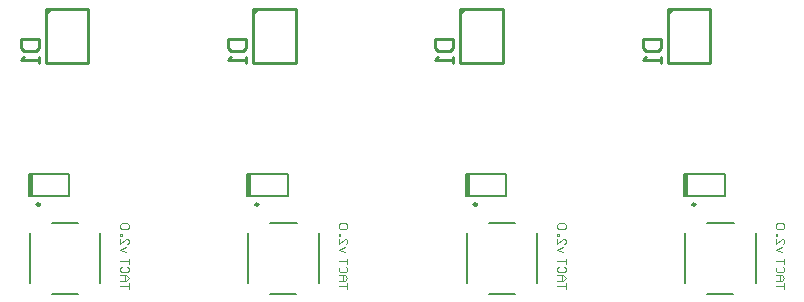
<source format=gbo>
G04*
G04 #@! TF.GenerationSoftware,Altium Limited,Altium Designer,20.1.8 (145)*
G04*
G04 Layer_Color=32896*
%FSLAX25Y25*%
%MOIN*%
G70*
G04*
G04 #@! TF.SameCoordinates,412804ED-27A4-4B33-A170-4839FA9A990F*
G04*
G04*
G04 #@! TF.FilePolarity,Positive*
G04*
G01*
G75*
%ADD14C,0.01000*%
%ADD25C,0.00787*%
%ADD26R,0.01181X0.07480*%
%ADD41C,0.00984*%
%ADD42C,0.00394*%
D14*
X244437Y83425D02*
Y101535D01*
X258610Y83425D02*
X244437D01*
X258610D02*
Y101535D01*
Y83425D02*
X244437D01*
X258610D02*
Y101535D01*
X244437D01*
Y83425D02*
Y99961D01*
X246012Y101535D01*
X258610D02*
X246012D01*
X236068Y91491D02*
X242066D01*
Y88492D01*
X241066Y87492D01*
X237068D01*
X236068Y88492D01*
Y91491D01*
X242066Y85493D02*
Y83493D01*
Y84493D01*
X236068D01*
X237068Y85493D01*
X175315Y83425D02*
Y101535D01*
X189488Y83425D02*
X175315D01*
X189488D02*
Y101535D01*
Y83425D02*
X175315D01*
X189488D02*
Y101535D01*
X175315D01*
Y83425D02*
Y99961D01*
X176890Y101535D01*
X189488D02*
X176890D01*
X166946Y91491D02*
X172944D01*
Y88492D01*
X171944Y87492D01*
X167946D01*
X166946Y88492D01*
Y91491D01*
X172944Y85493D02*
Y83493D01*
Y84493D01*
X166946D01*
X167946Y85493D01*
X106193Y83425D02*
Y101535D01*
X120366Y83425D02*
X106193D01*
X120366D02*
Y101535D01*
Y83425D02*
X106193D01*
X120366D02*
Y101535D01*
X106193D01*
Y83425D02*
Y99961D01*
X107768Y101535D01*
X120366D02*
X107768D01*
X97824Y91491D02*
X103822D01*
Y88492D01*
X102822Y87492D01*
X98823D01*
X97824Y88492D01*
Y91491D01*
X103822Y85493D02*
Y83493D01*
Y84493D01*
X97824D01*
X98823Y85493D01*
X37071Y83425D02*
Y101535D01*
X51244Y83425D02*
X37071D01*
X51244D02*
Y101535D01*
Y83425D02*
X37071D01*
X51244D02*
Y101535D01*
X37071D01*
Y83425D02*
Y99961D01*
X38646Y101535D01*
X51244D02*
X38646D01*
X28702Y91491D02*
X34700D01*
Y88492D01*
X33700Y87492D01*
X29701D01*
X28702Y88492D01*
Y91491D01*
X34700Y85493D02*
Y83493D01*
Y84493D01*
X28702D01*
X29701Y85493D01*
D25*
X39031Y30146D02*
X47921D01*
X39031Y6563D02*
X47807D01*
X31685Y10087D02*
Y26638D01*
X55268Y10087D02*
Y26638D01*
X44854Y39220D02*
Y46307D01*
X31468Y39220D02*
X44854D01*
X31468D02*
Y46307D01*
X44854D01*
Y39220D02*
Y46307D01*
X31468Y39220D02*
X44854D01*
X31468D02*
Y46307D01*
X44854D01*
X111866Y30146D02*
X120756D01*
X111866Y6563D02*
X120642D01*
X104520Y10087D02*
Y26638D01*
X128102Y10087D02*
Y26638D01*
X117689Y39220D02*
Y46307D01*
X104303Y39220D02*
X117689D01*
X104303D02*
Y46307D01*
X117689D01*
Y39220D02*
Y46307D01*
X104303Y39220D02*
X117689D01*
X104303D02*
Y46307D01*
X117689D01*
X184701Y30146D02*
X193591D01*
X184701Y6563D02*
X193476D01*
X177354Y10087D02*
Y26638D01*
X200937Y10087D02*
Y26638D01*
X190524Y39220D02*
Y46307D01*
X177138Y39220D02*
X190524D01*
X177138D02*
Y46307D01*
X190524D01*
Y39220D02*
Y46307D01*
X177138Y39220D02*
X190524D01*
X177138D02*
Y46307D01*
X190524D01*
X257535Y30146D02*
X266425D01*
X257535Y6563D02*
X266311D01*
X250189Y10087D02*
Y26638D01*
X273772Y10087D02*
Y26638D01*
X263358Y39220D02*
Y46307D01*
X249972Y39220D02*
X263358D01*
X249972D02*
Y46307D01*
X263358D01*
Y39220D02*
Y46307D01*
X249972Y39220D02*
X263358D01*
X249972D02*
Y46307D01*
X263358D01*
D26*
X32059Y42567D02*
D03*
D03*
X104894D02*
D03*
D03*
X177729D02*
D03*
D03*
X250564D02*
D03*
D03*
D41*
X35110Y36268D02*
G03*
X35110Y36268I-492J0D01*
G01*
X107945D02*
G03*
X107945Y36268I-492J0D01*
G01*
X180780D02*
G03*
X180780Y36268I-492J0D01*
G01*
X253614D02*
G03*
X253614Y36268I-492J0D01*
G01*
D42*
X64735Y8118D02*
Y9955D01*
Y9036D01*
X61980D01*
Y10873D02*
X63817D01*
X64735Y11791D01*
X63817Y12710D01*
X61980D01*
X63358D01*
Y10873D01*
X64276Y15465D02*
X64735Y15006D01*
Y14087D01*
X64276Y13628D01*
X62440D01*
X61980Y14087D01*
Y15006D01*
X62440Y15465D01*
X64735Y16383D02*
Y18220D01*
Y17301D01*
X61980D01*
X63817Y20323D02*
X61980Y21241D01*
X63817Y22160D01*
X61980Y24915D02*
Y23078D01*
X63817Y24915D01*
X64276D01*
X64735Y24455D01*
Y23537D01*
X64276Y23078D01*
X61980Y25833D02*
X62440D01*
Y26292D01*
X61980D01*
Y25833D01*
X64276Y28129D02*
X64735Y28588D01*
Y29506D01*
X64276Y29965D01*
X62440D01*
X61980Y29506D01*
Y28588D01*
X62440Y28129D01*
X64276D01*
X137570Y8118D02*
Y9955D01*
Y9036D01*
X134815D01*
Y10873D02*
X136652D01*
X137570Y11791D01*
X136652Y12710D01*
X134815D01*
X136193D01*
Y10873D01*
X137111Y15465D02*
X137570Y15006D01*
Y14087D01*
X137111Y13628D01*
X135274D01*
X134815Y14087D01*
Y15006D01*
X135274Y15465D01*
X137570Y16383D02*
Y18220D01*
Y17301D01*
X134815D01*
X136652Y20323D02*
X134815Y21241D01*
X136652Y22160D01*
X134815Y24915D02*
Y23078D01*
X136652Y24915D01*
X137111D01*
X137570Y24455D01*
Y23537D01*
X137111Y23078D01*
X134815Y25833D02*
X135274D01*
Y26292D01*
X134815D01*
Y25833D01*
X137111Y28129D02*
X137570Y28588D01*
Y29506D01*
X137111Y29965D01*
X135274D01*
X134815Y29506D01*
Y28588D01*
X135274Y28129D01*
X137111D01*
X210405Y8118D02*
Y9955D01*
Y9036D01*
X207650D01*
Y10873D02*
X209486D01*
X210405Y11791D01*
X209486Y12710D01*
X207650D01*
X209027D01*
Y10873D01*
X209945Y15465D02*
X210405Y15006D01*
Y14087D01*
X209945Y13628D01*
X208109D01*
X207650Y14087D01*
Y15006D01*
X208109Y15465D01*
X210405Y16383D02*
Y18220D01*
Y17301D01*
X207650D01*
X209486Y20323D02*
X207650Y21241D01*
X209486Y22160D01*
X207650Y24915D02*
Y23078D01*
X209486Y24915D01*
X209946D01*
X210405Y24455D01*
Y23537D01*
X209946Y23078D01*
X207650Y25833D02*
X208109D01*
Y26292D01*
X207650D01*
Y25833D01*
X209946Y28129D02*
X210405Y28588D01*
Y29506D01*
X209946Y29965D01*
X208109D01*
X207650Y29506D01*
Y28588D01*
X208109Y28129D01*
X209946D01*
X283239Y8118D02*
Y9955D01*
Y9036D01*
X280484D01*
Y10873D02*
X282321D01*
X283239Y11791D01*
X282321Y12710D01*
X280484D01*
X281862D01*
Y10873D01*
X282780Y15465D02*
X283239Y15006D01*
Y14087D01*
X282780Y13628D01*
X280943D01*
X280484Y14087D01*
Y15006D01*
X280943Y15465D01*
X283239Y16383D02*
Y18220D01*
Y17301D01*
X280484D01*
X282321Y20323D02*
X280484Y21241D01*
X282321Y22160D01*
X280484Y24915D02*
Y23078D01*
X282321Y24915D01*
X282780D01*
X283239Y24455D01*
Y23537D01*
X282780Y23078D01*
X280484Y25833D02*
X280943D01*
Y26292D01*
X280484D01*
Y25833D01*
X282780Y28129D02*
X283239Y28588D01*
Y29506D01*
X282780Y29965D01*
X280943D01*
X280484Y29506D01*
Y28588D01*
X280943Y28129D01*
X282780D01*
M02*

</source>
